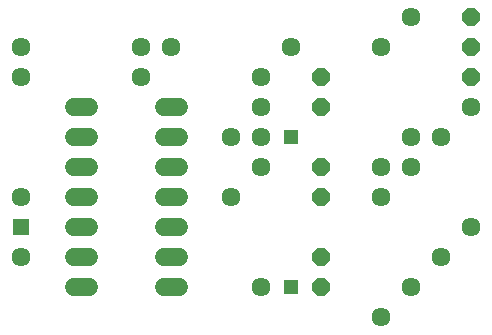
<source format=gts>
G75*
%MOIN*%
%OFA0B0*%
%FSLAX25Y25*%
%IPPOS*%
%LPD*%
%AMOC8*
5,1,8,0,0,1.08239X$1,22.5*
%
%ADD10C,0.06343*%
%ADD11R,0.05556X0.05556*%
%ADD12OC8,0.06000*%
%ADD13C,0.05950*%
%ADD14OC8,0.05950*%
%ADD15R,0.04762X0.04762*%
D10*
X0070837Y0095661D03*
X0070837Y0115661D03*
X0070837Y0155661D03*
X0070837Y0165661D03*
X0110837Y0165661D03*
X0120837Y0165661D03*
X0110837Y0155661D03*
X0140837Y0135661D03*
X0150837Y0135661D03*
X0150837Y0145661D03*
X0150837Y0155661D03*
X0160837Y0165661D03*
X0190837Y0165661D03*
X0200837Y0175661D03*
X0220837Y0145661D03*
X0210837Y0135661D03*
X0200837Y0135661D03*
X0200837Y0125661D03*
X0190837Y0125661D03*
X0190837Y0115661D03*
X0210837Y0095661D03*
X0200837Y0085661D03*
X0190837Y0075661D03*
X0150837Y0085661D03*
X0140837Y0115661D03*
X0150837Y0125661D03*
X0220837Y0105661D03*
D11*
X0070837Y0105661D03*
D12*
X0170837Y0095661D03*
X0170837Y0085661D03*
X0170837Y0115661D03*
X0170837Y0125661D03*
X0170837Y0145661D03*
X0170837Y0155661D03*
D13*
X0093412Y0085661D02*
X0088263Y0085661D01*
X0088263Y0095661D02*
X0093412Y0095661D01*
X0093412Y0105661D02*
X0088263Y0105661D01*
X0088263Y0115661D02*
X0093412Y0115661D01*
X0093412Y0125661D02*
X0088263Y0125661D01*
X0088263Y0135661D02*
X0093412Y0135661D01*
X0093412Y0145661D02*
X0088263Y0145661D01*
X0118263Y0145661D02*
X0123412Y0145661D01*
X0123412Y0135661D02*
X0118263Y0135661D01*
X0118263Y0125661D02*
X0123412Y0125661D01*
X0123412Y0115661D02*
X0118263Y0115661D01*
X0118263Y0105661D02*
X0123412Y0105661D01*
X0123412Y0095661D02*
X0118263Y0095661D01*
X0118263Y0085661D02*
X0123412Y0085661D01*
D14*
X0220837Y0155661D03*
X0220837Y0165661D03*
X0220837Y0175661D03*
D15*
X0160837Y0135661D03*
X0160837Y0085661D03*
M02*

</source>
